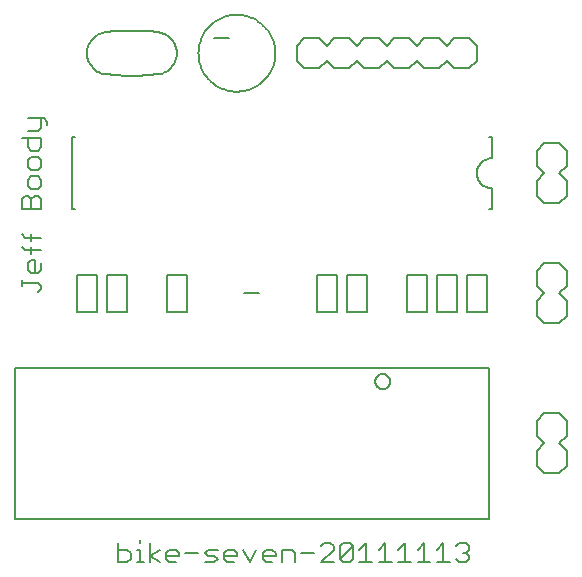
<source format=gto>
G75*
G70*
%OFA0B0*%
%FSLAX24Y24*%
%IPPOS*%
%LPD*%
%AMOC8*
5,1,8,0,0,1.08239X$1,22.5*
%
%ADD10C,0.0060*%
%ADD11C,0.0080*%
%ADD12C,0.0050*%
D10*
X004211Y001211D02*
X004532Y001211D01*
X004638Y001318D01*
X004638Y001532D01*
X004532Y001638D01*
X004211Y001638D01*
X004211Y001852D02*
X004211Y001211D01*
X004856Y001211D02*
X005069Y001211D01*
X004963Y001211D02*
X004963Y001638D01*
X004856Y001638D01*
X004963Y001852D02*
X004963Y001959D01*
X005286Y001852D02*
X005286Y001211D01*
X005286Y001425D02*
X005606Y001638D01*
X005823Y001532D02*
X005929Y001638D01*
X006143Y001638D01*
X006250Y001532D01*
X006250Y001425D01*
X005823Y001425D01*
X005823Y001318D02*
X005823Y001532D01*
X005823Y001318D02*
X005929Y001211D01*
X006143Y001211D01*
X006467Y001532D02*
X006894Y001532D01*
X007112Y001532D02*
X007219Y001638D01*
X007539Y001638D01*
X007756Y001532D02*
X007863Y001638D01*
X008077Y001638D01*
X008183Y001532D01*
X008183Y001425D01*
X007756Y001425D01*
X007756Y001318D02*
X007756Y001532D01*
X007756Y001318D02*
X007863Y001211D01*
X008077Y001211D01*
X007539Y001318D02*
X007432Y001425D01*
X007219Y001425D01*
X007112Y001532D01*
X007112Y001211D02*
X007432Y001211D01*
X007539Y001318D01*
X008401Y001638D02*
X008614Y001211D01*
X008828Y001638D01*
X009045Y001532D02*
X009152Y001638D01*
X009366Y001638D01*
X009472Y001532D01*
X009472Y001425D01*
X009045Y001425D01*
X009045Y001318D02*
X009045Y001532D01*
X009045Y001318D02*
X009152Y001211D01*
X009366Y001211D01*
X009690Y001211D02*
X009690Y001638D01*
X010010Y001638D01*
X010117Y001532D01*
X010117Y001211D01*
X010334Y001532D02*
X010761Y001532D01*
X010979Y001745D02*
X011086Y001852D01*
X011299Y001852D01*
X011406Y001745D01*
X011406Y001638D01*
X010979Y001211D01*
X011406Y001211D01*
X011623Y001318D02*
X012050Y001745D01*
X012050Y001318D01*
X011944Y001211D01*
X011730Y001211D01*
X011623Y001318D01*
X011623Y001745D01*
X011730Y001852D01*
X011944Y001852D01*
X012050Y001745D01*
X012268Y001638D02*
X012481Y001852D01*
X012481Y001211D01*
X012268Y001211D02*
X012695Y001211D01*
X012913Y001211D02*
X013340Y001211D01*
X013126Y001211D02*
X013126Y001852D01*
X012913Y001638D01*
X013557Y001638D02*
X013771Y001852D01*
X013771Y001211D01*
X013984Y001211D02*
X013557Y001211D01*
X014202Y001211D02*
X014629Y001211D01*
X014415Y001211D02*
X014415Y001852D01*
X014202Y001638D01*
X014846Y001638D02*
X015060Y001852D01*
X015060Y001211D01*
X015273Y001211D02*
X014846Y001211D01*
X015491Y001318D02*
X015597Y001211D01*
X015811Y001211D01*
X015918Y001318D01*
X015918Y001425D01*
X015811Y001532D01*
X015704Y001532D01*
X015811Y001532D02*
X015918Y001638D01*
X015918Y001745D01*
X015811Y001852D01*
X015597Y001852D01*
X015491Y001745D01*
X005606Y001211D02*
X005286Y001425D01*
X001545Y010211D02*
X001651Y010318D01*
X001651Y010425D01*
X001545Y010532D01*
X001011Y010532D01*
X001011Y010638D02*
X001011Y010425D01*
X001331Y010856D02*
X001224Y010963D01*
X001224Y011176D01*
X001331Y011283D01*
X001438Y011283D01*
X001438Y010856D01*
X001545Y010856D02*
X001331Y010856D01*
X001545Y010856D02*
X001651Y010963D01*
X001651Y011176D01*
X001651Y011607D02*
X001118Y011607D01*
X001011Y011714D01*
X001331Y011714D02*
X001331Y011500D01*
X001331Y011930D02*
X001331Y012144D01*
X001118Y012037D02*
X001011Y012144D01*
X001118Y012037D02*
X001651Y012037D01*
X001651Y013004D02*
X001011Y013004D01*
X001011Y013325D01*
X001118Y013431D01*
X001224Y013431D01*
X001331Y013325D01*
X001331Y013004D01*
X001651Y013004D02*
X001651Y013325D01*
X001545Y013431D01*
X001438Y013431D01*
X001331Y013325D01*
X001331Y013649D02*
X001545Y013649D01*
X001651Y013756D01*
X001651Y013969D01*
X001545Y014076D01*
X001331Y014076D01*
X001224Y013969D01*
X001224Y013756D01*
X001331Y013649D01*
X001331Y014293D02*
X001545Y014293D01*
X001651Y014400D01*
X001651Y014614D01*
X001545Y014720D01*
X001331Y014720D01*
X001224Y014614D01*
X001224Y014400D01*
X001331Y014293D01*
X001331Y014938D02*
X001224Y015045D01*
X001224Y015365D01*
X001224Y015582D02*
X001545Y015582D01*
X001651Y015689D01*
X001651Y016009D01*
X001758Y016009D02*
X001865Y015903D01*
X001865Y015796D01*
X001758Y016009D02*
X001224Y016009D01*
X001011Y015365D02*
X001651Y015365D01*
X001651Y015045D01*
X001545Y014938D01*
X001331Y014938D01*
D11*
X002681Y015381D02*
X002781Y015381D01*
X002681Y015381D02*
X002681Y012981D01*
X002781Y012981D01*
X003781Y018881D02*
X004140Y018913D01*
X004501Y018929D01*
X004861Y018929D01*
X005222Y018913D01*
X005581Y018881D01*
X005633Y018871D01*
X005684Y018857D01*
X005734Y018839D01*
X005782Y018818D01*
X005829Y018793D01*
X005873Y018765D01*
X005916Y018733D01*
X005956Y018699D01*
X005993Y018661D01*
X006027Y018621D01*
X006059Y018579D01*
X006087Y018534D01*
X006111Y018487D01*
X006132Y018439D01*
X006150Y018389D01*
X006163Y018338D01*
X006173Y018286D01*
X006179Y018234D01*
X006181Y018181D01*
X006179Y018128D01*
X006173Y018076D01*
X006163Y018024D01*
X006150Y017973D01*
X006132Y017923D01*
X006111Y017875D01*
X006087Y017828D01*
X006059Y017783D01*
X006027Y017741D01*
X005993Y017701D01*
X005956Y017663D01*
X005916Y017629D01*
X005873Y017597D01*
X005829Y017569D01*
X005782Y017544D01*
X005734Y017523D01*
X005684Y017505D01*
X005633Y017491D01*
X005581Y017481D01*
X003782Y017481D02*
X003730Y017491D01*
X003679Y017505D01*
X003629Y017523D01*
X003581Y017544D01*
X003534Y017569D01*
X003490Y017597D01*
X003447Y017629D01*
X003407Y017663D01*
X003370Y017701D01*
X003336Y017741D01*
X003304Y017783D01*
X003276Y017828D01*
X003252Y017875D01*
X003231Y017923D01*
X003213Y017973D01*
X003200Y018024D01*
X003190Y018076D01*
X003184Y018128D01*
X003182Y018181D01*
X003184Y018234D01*
X003190Y018286D01*
X003200Y018338D01*
X003213Y018389D01*
X003231Y018439D01*
X003252Y018487D01*
X003276Y018534D01*
X003304Y018579D01*
X003336Y018621D01*
X003370Y018661D01*
X003407Y018699D01*
X003447Y018733D01*
X003490Y018765D01*
X003534Y018793D01*
X003581Y018818D01*
X003629Y018839D01*
X003679Y018857D01*
X003730Y018871D01*
X003782Y018881D01*
X003781Y017481D02*
X004140Y017449D01*
X004501Y017433D01*
X004861Y017433D01*
X005222Y017449D01*
X005581Y017481D01*
X007431Y018681D02*
X007931Y018681D01*
X006901Y018181D02*
X006903Y018252D01*
X006909Y018323D01*
X006919Y018394D01*
X006933Y018463D01*
X006950Y018532D01*
X006972Y018600D01*
X006997Y018667D01*
X007026Y018732D01*
X007058Y018795D01*
X007094Y018857D01*
X007133Y018916D01*
X007176Y018973D01*
X007221Y019028D01*
X007270Y019080D01*
X007321Y019129D01*
X007375Y019175D01*
X007432Y019219D01*
X007490Y019259D01*
X007551Y019295D01*
X007614Y019329D01*
X007679Y019358D01*
X007745Y019384D01*
X007813Y019407D01*
X007881Y019425D01*
X007951Y019440D01*
X008021Y019451D01*
X008092Y019458D01*
X008163Y019461D01*
X008234Y019460D01*
X008305Y019455D01*
X008376Y019446D01*
X008446Y019433D01*
X008515Y019417D01*
X008583Y019396D01*
X008650Y019372D01*
X008716Y019344D01*
X008779Y019312D01*
X008841Y019277D01*
X008901Y019239D01*
X008959Y019197D01*
X009014Y019153D01*
X009067Y019105D01*
X009117Y019054D01*
X009164Y019001D01*
X009208Y018945D01*
X009249Y018887D01*
X009287Y018826D01*
X009321Y018764D01*
X009351Y018699D01*
X009378Y018634D01*
X009402Y018566D01*
X009421Y018498D01*
X009437Y018429D01*
X009449Y018358D01*
X009457Y018288D01*
X009461Y018217D01*
X009461Y018145D01*
X009457Y018074D01*
X009449Y018004D01*
X009437Y017933D01*
X009421Y017864D01*
X009402Y017796D01*
X009378Y017728D01*
X009351Y017663D01*
X009321Y017598D01*
X009287Y017536D01*
X009249Y017475D01*
X009208Y017417D01*
X009164Y017361D01*
X009117Y017308D01*
X009067Y017257D01*
X009014Y017209D01*
X008959Y017165D01*
X008901Y017123D01*
X008841Y017085D01*
X008779Y017050D01*
X008716Y017018D01*
X008650Y016990D01*
X008583Y016966D01*
X008515Y016945D01*
X008446Y016929D01*
X008376Y016916D01*
X008305Y016907D01*
X008234Y016902D01*
X008163Y016901D01*
X008092Y016904D01*
X008021Y016911D01*
X007951Y016922D01*
X007881Y016937D01*
X007813Y016955D01*
X007745Y016978D01*
X007679Y017004D01*
X007614Y017033D01*
X007551Y017067D01*
X007490Y017103D01*
X007432Y017143D01*
X007375Y017187D01*
X007321Y017233D01*
X007270Y017282D01*
X007221Y017334D01*
X007176Y017389D01*
X007133Y017446D01*
X007094Y017505D01*
X007058Y017567D01*
X007026Y017630D01*
X006997Y017695D01*
X006972Y017762D01*
X006950Y017830D01*
X006933Y017899D01*
X006919Y017968D01*
X006909Y018039D01*
X006903Y018110D01*
X006901Y018181D01*
X010181Y017931D02*
X010431Y017681D01*
X010931Y017681D01*
X011181Y017931D01*
X011431Y017681D01*
X011931Y017681D01*
X012181Y017931D01*
X012431Y017681D01*
X012931Y017681D01*
X013181Y017931D01*
X013431Y017681D01*
X013931Y017681D01*
X014181Y017931D01*
X014431Y017681D01*
X014931Y017681D01*
X015181Y017931D01*
X015431Y017681D01*
X015931Y017681D01*
X016181Y017931D01*
X016181Y018431D01*
X015931Y018681D01*
X015431Y018681D01*
X015181Y018431D01*
X014931Y018681D01*
X014431Y018681D01*
X014181Y018431D01*
X013931Y018681D01*
X013431Y018681D01*
X013181Y018431D01*
X012931Y018681D01*
X012431Y018681D01*
X012181Y018431D01*
X011931Y018681D01*
X011431Y018681D01*
X011181Y018431D01*
X010931Y018681D01*
X010431Y018681D01*
X010181Y018431D01*
X010181Y017931D01*
X016581Y015381D02*
X016681Y015381D01*
X016681Y014681D01*
X016637Y014679D01*
X016594Y014673D01*
X016552Y014664D01*
X016510Y014651D01*
X016470Y014634D01*
X016431Y014614D01*
X016394Y014591D01*
X016360Y014564D01*
X016327Y014535D01*
X016298Y014502D01*
X016271Y014468D01*
X016248Y014431D01*
X016228Y014392D01*
X016211Y014352D01*
X016198Y014310D01*
X016189Y014268D01*
X016183Y014225D01*
X016181Y014181D01*
X016183Y014137D01*
X016189Y014094D01*
X016198Y014052D01*
X016211Y014010D01*
X016228Y013970D01*
X016248Y013931D01*
X016271Y013894D01*
X016298Y013860D01*
X016327Y013827D01*
X016360Y013798D01*
X016394Y013771D01*
X016431Y013748D01*
X016470Y013728D01*
X016510Y013711D01*
X016552Y013698D01*
X016594Y013689D01*
X016637Y013683D01*
X016681Y013681D01*
X016681Y012981D01*
X016581Y012981D01*
X018181Y013431D02*
X018431Y013181D01*
X018931Y013181D01*
X019181Y013431D01*
X019181Y013931D01*
X018931Y014181D01*
X019181Y014431D01*
X019181Y014931D01*
X018931Y015181D01*
X018431Y015181D01*
X018181Y014931D01*
X018181Y014431D01*
X018431Y014181D01*
X018181Y013931D01*
X018181Y013431D01*
X018431Y011181D02*
X018931Y011181D01*
X019181Y010931D01*
X019181Y010431D01*
X018931Y010181D01*
X019181Y009931D01*
X019181Y009431D01*
X018931Y009181D01*
X018431Y009181D01*
X018181Y009431D01*
X018181Y009931D01*
X018431Y010181D01*
X018181Y010431D01*
X018181Y010931D01*
X018431Y011181D01*
X016516Y010792D02*
X016516Y009571D01*
X015847Y009571D01*
X015847Y010792D01*
X016516Y010792D01*
X015516Y010792D02*
X014847Y010792D01*
X014847Y009571D01*
X015516Y009571D01*
X015516Y010792D01*
X014516Y010792D02*
X014516Y009571D01*
X013847Y009571D01*
X013847Y010792D01*
X014516Y010792D01*
X012516Y010792D02*
X012516Y009571D01*
X011847Y009571D01*
X011847Y010792D01*
X012516Y010792D01*
X011516Y010792D02*
X010847Y010792D01*
X010847Y009571D01*
X011516Y009571D01*
X011516Y010792D01*
X008931Y010181D02*
X008431Y010181D01*
X006516Y009571D02*
X006516Y010792D01*
X005847Y010792D01*
X005847Y009571D01*
X006516Y009571D01*
X004516Y009571D02*
X004516Y010792D01*
X003847Y010792D01*
X003847Y009571D01*
X004516Y009571D01*
X003516Y009571D02*
X003516Y010792D01*
X002847Y010792D01*
X002847Y009571D01*
X003516Y009571D01*
X018181Y005931D02*
X018181Y005431D01*
X018431Y005181D01*
X018181Y004931D01*
X018181Y004431D01*
X018431Y004181D01*
X018931Y004181D01*
X019181Y004431D01*
X019181Y004931D01*
X018931Y005181D01*
X019181Y005431D01*
X019181Y005931D01*
X018931Y006181D01*
X018431Y006181D01*
X018181Y005931D01*
D12*
X016591Y002662D02*
X000772Y002662D01*
X000772Y007701D01*
X016591Y007701D01*
X016591Y002662D01*
X012788Y007235D02*
X012790Y007266D01*
X012796Y007297D01*
X012806Y007327D01*
X012819Y007355D01*
X012836Y007382D01*
X012856Y007406D01*
X012879Y007428D01*
X012904Y007446D01*
X012932Y007461D01*
X012961Y007473D01*
X012991Y007481D01*
X013022Y007485D01*
X013054Y007485D01*
X013085Y007481D01*
X013115Y007473D01*
X013144Y007461D01*
X013172Y007446D01*
X013197Y007428D01*
X013220Y007406D01*
X013240Y007382D01*
X013257Y007355D01*
X013270Y007327D01*
X013280Y007297D01*
X013286Y007266D01*
X013288Y007235D01*
X013286Y007204D01*
X013280Y007173D01*
X013270Y007143D01*
X013257Y007115D01*
X013240Y007088D01*
X013220Y007064D01*
X013197Y007042D01*
X013172Y007024D01*
X013144Y007009D01*
X013115Y006997D01*
X013085Y006989D01*
X013054Y006985D01*
X013022Y006985D01*
X012991Y006989D01*
X012961Y006997D01*
X012932Y007009D01*
X012904Y007024D01*
X012879Y007042D01*
X012856Y007064D01*
X012836Y007088D01*
X012819Y007115D01*
X012806Y007143D01*
X012796Y007173D01*
X012790Y007204D01*
X012788Y007235D01*
M02*

</source>
